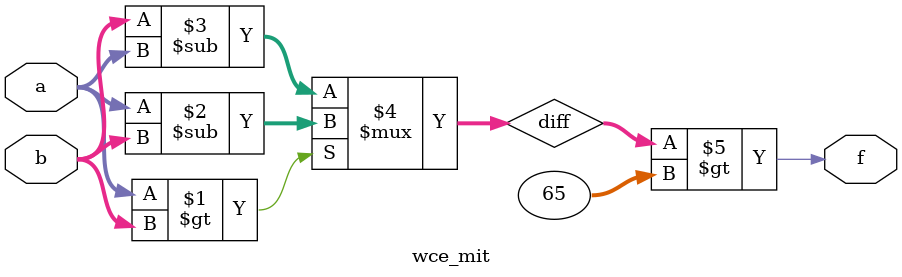
<source format=v>
module wce_mit(a, b, f);
parameter _bit = 8;
parameter wce = 65;
input [_bit - 1: 0] a;
input [_bit - 1: 0] b;
output f;
wire [_bit - 1: 0] diff;
assign diff = (a > b)? (a - b): (b - a);
assign f = (diff > wce);
endmodule

</source>
